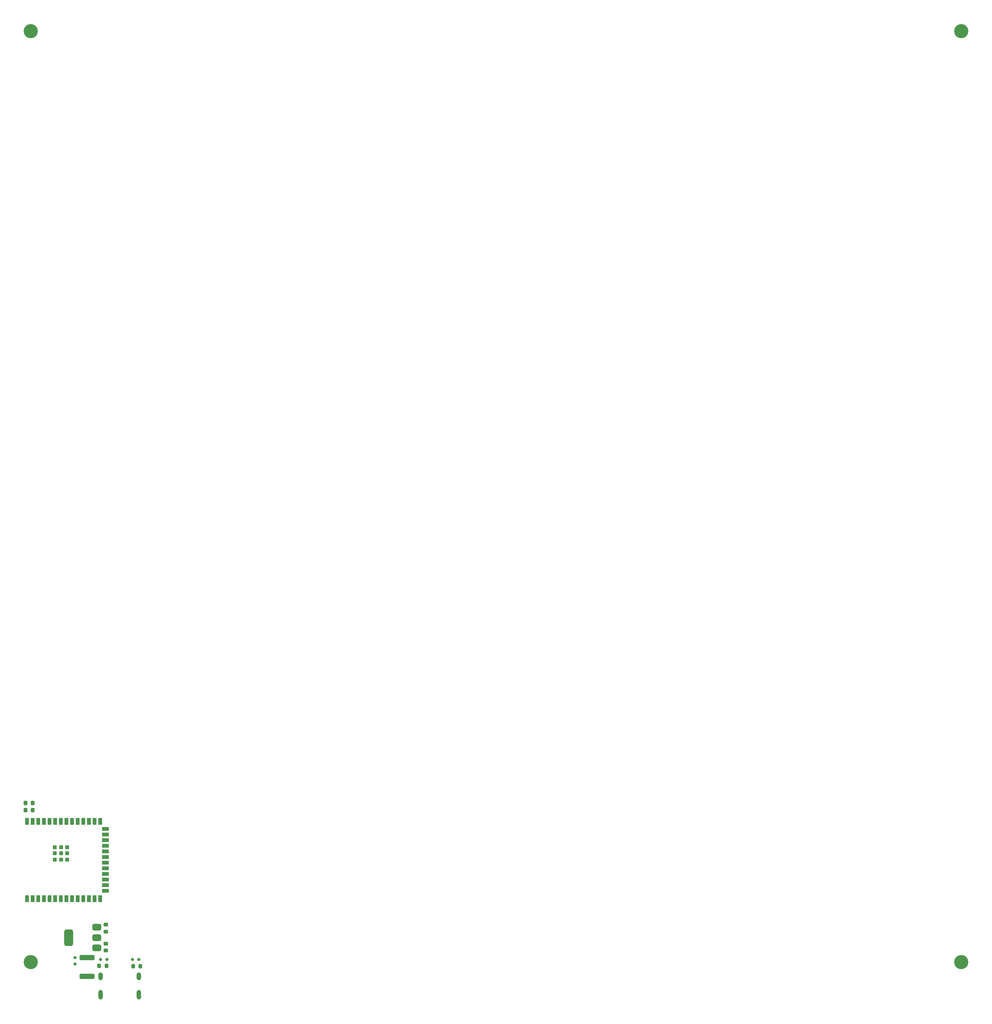
<source format=gbr>
%TF.GenerationSoftware,KiCad,Pcbnew,8.0.9*%
%TF.CreationDate,2025-07-03T09:04:04+02:00*%
%TF.ProjectId,Project,50726f6a-6563-4742-9e6b-696361645f70,rev?*%
%TF.SameCoordinates,Original*%
%TF.FileFunction,Soldermask,Bot*%
%TF.FilePolarity,Negative*%
%FSLAX46Y46*%
G04 Gerber Fmt 4.6, Leading zero omitted, Abs format (unit mm)*
G04 Created by KiCad (PCBNEW 8.0.9) date 2025-07-03 09:04:04*
%MOMM*%
%LPD*%
G01*
G04 APERTURE LIST*
G04 Aperture macros list*
%AMRoundRect*
0 Rectangle with rounded corners*
0 $1 Rounding radius*
0 $2 $3 $4 $5 $6 $7 $8 $9 X,Y pos of 4 corners*
0 Add a 4 corners polygon primitive as box body*
4,1,4,$2,$3,$4,$5,$6,$7,$8,$9,$2,$3,0*
0 Add four circle primitives for the rounded corners*
1,1,$1+$1,$2,$3*
1,1,$1+$1,$4,$5*
1,1,$1+$1,$6,$7*
1,1,$1+$1,$8,$9*
0 Add four rect primitives between the rounded corners*
20,1,$1+$1,$2,$3,$4,$5,0*
20,1,$1+$1,$4,$5,$6,$7,0*
20,1,$1+$1,$6,$7,$8,$9,0*
20,1,$1+$1,$8,$9,$2,$3,0*%
G04 Aperture macros list end*
%ADD10O,1.000000X1.800000*%
%ADD11O,1.000000X2.200000*%
%ADD12C,3.200000*%
%ADD13RoundRect,0.200000X-0.200000X-0.275000X0.200000X-0.275000X0.200000X0.275000X-0.200000X0.275000X0*%
%ADD14RoundRect,0.375000X0.625000X0.375000X-0.625000X0.375000X-0.625000X-0.375000X0.625000X-0.375000X0*%
%ADD15RoundRect,0.500000X0.500000X1.400000X-0.500000X1.400000X-0.500000X-1.400000X0.500000X-1.400000X0*%
%ADD16RoundRect,0.150000X-0.150000X-0.200000X0.150000X-0.200000X0.150000X0.200000X-0.150000X0.200000X0*%
%ADD17RoundRect,0.225000X0.225000X0.250000X-0.225000X0.250000X-0.225000X-0.250000X0.225000X-0.250000X0*%
%ADD18RoundRect,0.225000X0.250000X-0.225000X0.250000X0.225000X-0.250000X0.225000X-0.250000X-0.225000X0*%
%ADD19RoundRect,0.150000X0.150000X0.200000X-0.150000X0.200000X-0.150000X-0.200000X0.150000X-0.200000X0*%
%ADD20RoundRect,0.150000X-0.200000X0.150000X-0.200000X-0.150000X0.200000X-0.150000X0.200000X0.150000X0*%
%ADD21R,0.900000X0.900000*%
%ADD22R,0.900000X1.500000*%
%ADD23R,1.500000X0.900000*%
%ADD24RoundRect,0.250000X-1.450000X0.312500X-1.450000X-0.312500X1.450000X-0.312500X1.450000X0.312500X0*%
%ADD25RoundRect,0.200000X0.200000X0.275000X-0.200000X0.275000X-0.200000X-0.275000X0.200000X-0.275000X0*%
G04 APERTURE END LIST*
D10*
%TO.C,J1*%
X250744400Y-328412737D03*
D11*
X250744400Y-332592737D03*
D10*
X259384400Y-328412737D03*
D11*
X259384400Y-332592737D03*
%TD*%
D12*
%TO.C,H3*%
X445000000Y-325200000D03*
%TD*%
%TO.C,H2*%
X445000000Y-115200000D03*
%TD*%
%TO.C,H1*%
X235000000Y-115200000D03*
%TD*%
%TO.C,H4*%
X235000000Y-325200000D03*
%TD*%
D13*
%TO.C,R1*%
X258072800Y-326115737D03*
X259722800Y-326115737D03*
%TD*%
D14*
%TO.C,U2*%
X249880800Y-321992800D03*
D15*
X243580800Y-319692800D03*
D14*
X249880800Y-319692800D03*
X249880800Y-317392800D03*
%TD*%
D16*
%TO.C,D176*%
X259369200Y-324617137D03*
X257969200Y-324617137D03*
%TD*%
D17*
%TO.C,C1*%
X235377400Y-290913600D03*
X233827400Y-290913600D03*
%TD*%
D18*
%TO.C,C4*%
X251963600Y-316795600D03*
X251963600Y-318345600D03*
%TD*%
D19*
%TO.C,D175*%
X250755600Y-324591737D03*
X252155600Y-324591737D03*
%TD*%
D18*
%TO.C,C3*%
X251938200Y-321037400D03*
X251938200Y-322587400D03*
%TD*%
D17*
%TO.C,C2*%
X235377400Y-289364200D03*
X233827400Y-289364200D03*
%TD*%
D20*
%TO.C,D180*%
X244953200Y-325621937D03*
X244953200Y-324221937D03*
%TD*%
D21*
%TO.C,IC1*%
X240422000Y-302091200D03*
X241822000Y-302091200D03*
X243222000Y-302091200D03*
X243222000Y-300691200D03*
X243222000Y-299291200D03*
X241822000Y-299291200D03*
X240422000Y-299291200D03*
X240422000Y-300691200D03*
X241822000Y-300691200D03*
D22*
X234102000Y-310941200D03*
X235372000Y-310941200D03*
X236642000Y-310941200D03*
X237912000Y-310941200D03*
X239182000Y-310941200D03*
X240452000Y-310941200D03*
X241722000Y-310941200D03*
X242992000Y-310941200D03*
X244262000Y-310941200D03*
X245532000Y-310941200D03*
X246802000Y-310941200D03*
X248072000Y-310941200D03*
X249342000Y-310941200D03*
X250612000Y-310941200D03*
D23*
X251862000Y-309176200D03*
X251862000Y-307906200D03*
X251862000Y-306636200D03*
X251862000Y-305366200D03*
X251862000Y-304096200D03*
X251862000Y-302826200D03*
X251862000Y-301556200D03*
X251862000Y-300286200D03*
X251862000Y-299016200D03*
X251862000Y-297746200D03*
X251862000Y-296476200D03*
X251862000Y-295206200D03*
D22*
X250612000Y-293441200D03*
X249342000Y-293441200D03*
X248072000Y-293441200D03*
X246802000Y-293441200D03*
X245532000Y-293441200D03*
X244262000Y-293441200D03*
X242992000Y-293441200D03*
X241722000Y-293441200D03*
X240452000Y-293441200D03*
X239182000Y-293441200D03*
X237912000Y-293441200D03*
X236642000Y-293441200D03*
X235372000Y-293441200D03*
X234102000Y-293441200D03*
%TD*%
D24*
%TO.C,F3*%
X247671000Y-324202937D03*
X247671000Y-328477937D03*
%TD*%
D25*
%TO.C,R2*%
X252052000Y-326090337D03*
X250402000Y-326090337D03*
%TD*%
M02*

</source>
